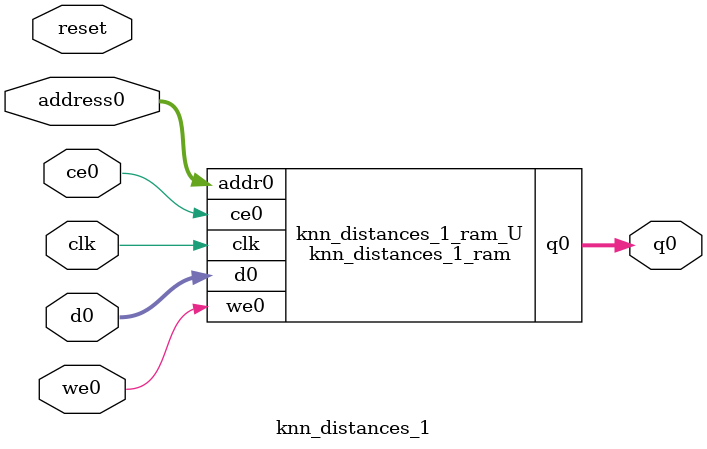
<source format=v>
`timescale 1 ns / 1 ps
module knn_distances_1_ram (addr0, ce0, d0, we0, q0,  clk);

parameter DWIDTH = 5;
parameter AWIDTH = 3;
parameter MEM_SIZE = 5;

input[AWIDTH-1:0] addr0;
input ce0;
input[DWIDTH-1:0] d0;
input we0;
output reg[DWIDTH-1:0] q0;
input clk;

(* ram_style = "distributed" *)reg [DWIDTH-1:0] ram[0:MEM_SIZE-1];




always @(posedge clk)  
begin 
    if (ce0) begin
        if (we0) 
            ram[addr0] <= d0; 
        q0 <= ram[addr0];
    end
end


endmodule

`timescale 1 ns / 1 ps
module knn_distances_1(
    reset,
    clk,
    address0,
    ce0,
    we0,
    d0,
    q0);

parameter DataWidth = 32'd5;
parameter AddressRange = 32'd5;
parameter AddressWidth = 32'd3;
input reset;
input clk;
input[AddressWidth - 1:0] address0;
input ce0;
input we0;
input[DataWidth - 1:0] d0;
output[DataWidth - 1:0] q0;



knn_distances_1_ram knn_distances_1_ram_U(
    .clk( clk ),
    .addr0( address0 ),
    .ce0( ce0 ),
    .we0( we0 ),
    .d0( d0 ),
    .q0( q0 ));

endmodule


</source>
